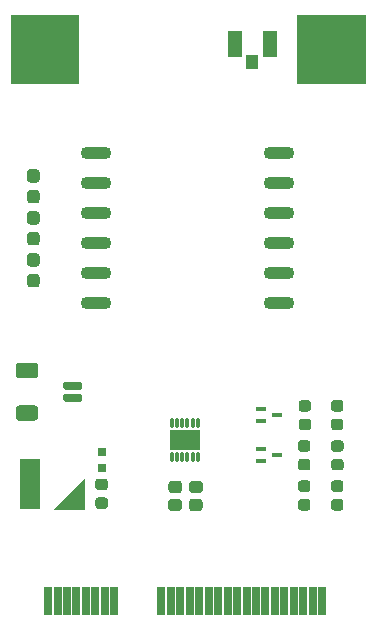
<source format=gts>
G04 #@! TF.GenerationSoftware,KiCad,Pcbnew,(5.1.6)-1*
G04 #@! TF.CreationDate,2021-01-10T11:39:08+11:00*
G04 #@! TF.ProjectId,mPCIe-GNSS,6d504349-652d-4474-9e53-532e6b696361,1*
G04 #@! TF.SameCoordinates,Original*
G04 #@! TF.FileFunction,Soldermask,Top*
G04 #@! TF.FilePolarity,Negative*
%FSLAX46Y46*%
G04 Gerber Fmt 4.6, Leading zero omitted, Abs format (unit mm)*
G04 Created by KiCad (PCBNEW (5.1.6)-1) date 2021-01-10 11:39:08*
%MOMM*%
%LPD*%
G01*
G04 APERTURE LIST*
%ADD10C,0.100000*%
%ADD11O,2.600000X1.100000*%
%ADD12R,0.910000X0.450000*%
%ADD13R,1.150000X2.300000*%
%ADD14R,1.100000X1.150000*%
%ADD15R,0.700000X2.450000*%
%ADD16O,0.350000X0.950000*%
%ADD17R,2.650000X1.750000*%
%ADD18R,0.800000X0.700000*%
%ADD19R,1.800000X4.200000*%
%ADD20R,1.100000X1.100000*%
G04 APERTURE END LIST*
D10*
G36*
X146812000Y-83058000D02*
G01*
X141097000Y-83058000D01*
X141097000Y-77343000D01*
X146812000Y-77343000D01*
X146812000Y-83058000D01*
G37*
X146812000Y-83058000D02*
X141097000Y-83058000D01*
X141097000Y-77343000D01*
X146812000Y-77343000D01*
X146812000Y-83058000D01*
G36*
X122555000Y-83058000D02*
G01*
X116840000Y-83058000D01*
X116840000Y-77343000D01*
X122555000Y-77343000D01*
X122555000Y-83058000D01*
G37*
X122555000Y-83058000D02*
X116840000Y-83058000D01*
X116840000Y-77343000D01*
X122555000Y-77343000D01*
X122555000Y-83058000D01*
G36*
X123132000Y-116496000D02*
G01*
X123132000Y-119196000D01*
X120432000Y-119196000D01*
X123132000Y-116496000D01*
G37*
D11*
X139512000Y-101727000D03*
X139512000Y-99187000D03*
X139512000Y-96647000D03*
X139512000Y-89027000D03*
X139512000Y-91567000D03*
X124012000Y-101727000D03*
X124012000Y-99187000D03*
X124012000Y-89027000D03*
X124012000Y-91567000D03*
X124012000Y-96647000D03*
X139512000Y-94107000D03*
X124012000Y-94107000D03*
D12*
X138024000Y-114105000D03*
X138024000Y-115105000D03*
X139344000Y-114605000D03*
X138024000Y-110701000D03*
X138024000Y-111701000D03*
X139344000Y-111201000D03*
D13*
X135812000Y-79756000D03*
D14*
X137287000Y-81281000D03*
D13*
X138762000Y-79756000D03*
G36*
G01*
X117523832Y-110370000D02*
X118882168Y-110370000D01*
G75*
G02*
X119153000Y-110640832I0J-270832D01*
G01*
X119153000Y-111399168D01*
G75*
G02*
X118882168Y-111670000I-270832J0D01*
G01*
X117523832Y-111670000D01*
G75*
G02*
X117253000Y-111399168I0J270832D01*
G01*
X117253000Y-110640832D01*
G75*
G02*
X117523832Y-110370000I270832J0D01*
G01*
G37*
G36*
G01*
X117523832Y-106770000D02*
X118882168Y-106770000D01*
G75*
G02*
X119153000Y-107040832I0J-270832D01*
G01*
X119153000Y-107799168D01*
G75*
G02*
X118882168Y-108070000I-270832J0D01*
G01*
X117523832Y-108070000D01*
G75*
G02*
X117253000Y-107799168I0J270832D01*
G01*
X117253000Y-107040832D01*
G75*
G02*
X117523832Y-106770000I270832J0D01*
G01*
G37*
G36*
G01*
X121428000Y-109370000D02*
X122728000Y-109370000D01*
G75*
G02*
X122903000Y-109545000I0J-175000D01*
G01*
X122903000Y-109895000D01*
G75*
G02*
X122728000Y-110070000I-175000J0D01*
G01*
X121428000Y-110070000D01*
G75*
G02*
X121253000Y-109895000I0J175000D01*
G01*
X121253000Y-109545000D01*
G75*
G02*
X121428000Y-109370000I175000J0D01*
G01*
G37*
G36*
G01*
X121428000Y-108370000D02*
X122728000Y-108370000D01*
G75*
G02*
X122903000Y-108545000I0J-175000D01*
G01*
X122903000Y-108895000D01*
G75*
G02*
X122728000Y-109070000I-175000J0D01*
G01*
X121428000Y-109070000D01*
G75*
G02*
X121253000Y-108895000I0J175000D01*
G01*
X121253000Y-108545000D01*
G75*
G02*
X121428000Y-108370000I175000J0D01*
G01*
G37*
D15*
X129595000Y-126895000D03*
X119995000Y-126895000D03*
X120795000Y-126895000D03*
X121595000Y-126895000D03*
X122395000Y-126895000D03*
X123195000Y-126895000D03*
X123995000Y-126895000D03*
X124795000Y-126895000D03*
X143195000Y-126895000D03*
X142395000Y-126895000D03*
X141595000Y-126895000D03*
X140795000Y-126895000D03*
X139995000Y-126895000D03*
X139195000Y-126895000D03*
X138395000Y-126895000D03*
X137595000Y-126895000D03*
X136795000Y-126895000D03*
X135995000Y-126895000D03*
X135195000Y-126895000D03*
X134395000Y-126895000D03*
X133595000Y-126895000D03*
X132795000Y-126895000D03*
X131995000Y-126895000D03*
X131195000Y-126895000D03*
X130395000Y-126895000D03*
X125595000Y-126895000D03*
G36*
G01*
X144756250Y-110901000D02*
X144193750Y-110901000D01*
G75*
G02*
X143950000Y-110657250I0J243750D01*
G01*
X143950000Y-110169750D01*
G75*
G02*
X144193750Y-109926000I243750J0D01*
G01*
X144756250Y-109926000D01*
G75*
G02*
X145000000Y-110169750I0J-243750D01*
G01*
X145000000Y-110657250D01*
G75*
G02*
X144756250Y-110901000I-243750J0D01*
G01*
G37*
G36*
G01*
X144756250Y-112476000D02*
X144193750Y-112476000D01*
G75*
G02*
X143950000Y-112232250I0J243750D01*
G01*
X143950000Y-111744750D01*
G75*
G02*
X144193750Y-111501000I243750J0D01*
G01*
X144756250Y-111501000D01*
G75*
G02*
X145000000Y-111744750I0J-243750D01*
G01*
X145000000Y-112232250D01*
G75*
G02*
X144756250Y-112476000I-243750J0D01*
G01*
G37*
G36*
G01*
X144769250Y-114305000D02*
X144206750Y-114305000D01*
G75*
G02*
X143963000Y-114061250I0J243750D01*
G01*
X143963000Y-113573750D01*
G75*
G02*
X144206750Y-113330000I243750J0D01*
G01*
X144769250Y-113330000D01*
G75*
G02*
X145013000Y-113573750I0J-243750D01*
G01*
X145013000Y-114061250D01*
G75*
G02*
X144769250Y-114305000I-243750J0D01*
G01*
G37*
G36*
G01*
X144769250Y-115880000D02*
X144206750Y-115880000D01*
G75*
G02*
X143963000Y-115636250I0J243750D01*
G01*
X143963000Y-115148750D01*
G75*
G02*
X144206750Y-114905000I243750J0D01*
G01*
X144769250Y-114905000D01*
G75*
G02*
X145013000Y-115148750I0J-243750D01*
G01*
X145013000Y-115636250D01*
G75*
G02*
X144769250Y-115880000I-243750J0D01*
G01*
G37*
G36*
G01*
X144756250Y-117708000D02*
X144193750Y-117708000D01*
G75*
G02*
X143950000Y-117464250I0J243750D01*
G01*
X143950000Y-116976750D01*
G75*
G02*
X144193750Y-116733000I243750J0D01*
G01*
X144756250Y-116733000D01*
G75*
G02*
X145000000Y-116976750I0J-243750D01*
G01*
X145000000Y-117464250D01*
G75*
G02*
X144756250Y-117708000I-243750J0D01*
G01*
G37*
G36*
G01*
X144756250Y-119283000D02*
X144193750Y-119283000D01*
G75*
G02*
X143950000Y-119039250I0J243750D01*
G01*
X143950000Y-118551750D01*
G75*
G02*
X144193750Y-118308000I243750J0D01*
G01*
X144756250Y-118308000D01*
G75*
G02*
X145000000Y-118551750I0J-243750D01*
G01*
X145000000Y-119039250D01*
G75*
G02*
X144756250Y-119283000I-243750J0D01*
G01*
G37*
G36*
G01*
X142013250Y-110901000D02*
X141450750Y-110901000D01*
G75*
G02*
X141207000Y-110657250I0J243750D01*
G01*
X141207000Y-110169750D01*
G75*
G02*
X141450750Y-109926000I243750J0D01*
G01*
X142013250Y-109926000D01*
G75*
G02*
X142257000Y-110169750I0J-243750D01*
G01*
X142257000Y-110657250D01*
G75*
G02*
X142013250Y-110901000I-243750J0D01*
G01*
G37*
G36*
G01*
X142013250Y-112476000D02*
X141450750Y-112476000D01*
G75*
G02*
X141207000Y-112232250I0J243750D01*
G01*
X141207000Y-111744750D01*
G75*
G02*
X141450750Y-111501000I243750J0D01*
G01*
X142013250Y-111501000D01*
G75*
G02*
X142257000Y-111744750I0J-243750D01*
G01*
X142257000Y-112232250D01*
G75*
G02*
X142013250Y-112476000I-243750J0D01*
G01*
G37*
G36*
G01*
X141962250Y-114305000D02*
X141399750Y-114305000D01*
G75*
G02*
X141156000Y-114061250I0J243750D01*
G01*
X141156000Y-113573750D01*
G75*
G02*
X141399750Y-113330000I243750J0D01*
G01*
X141962250Y-113330000D01*
G75*
G02*
X142206000Y-113573750I0J-243750D01*
G01*
X142206000Y-114061250D01*
G75*
G02*
X141962250Y-114305000I-243750J0D01*
G01*
G37*
G36*
G01*
X141962250Y-115880000D02*
X141399750Y-115880000D01*
G75*
G02*
X141156000Y-115636250I0J243750D01*
G01*
X141156000Y-115148750D01*
G75*
G02*
X141399750Y-114905000I243750J0D01*
G01*
X141962250Y-114905000D01*
G75*
G02*
X142206000Y-115148750I0J-243750D01*
G01*
X142206000Y-115636250D01*
G75*
G02*
X141962250Y-115880000I-243750J0D01*
G01*
G37*
G36*
G01*
X141962250Y-117708000D02*
X141399750Y-117708000D01*
G75*
G02*
X141156000Y-117464250I0J243750D01*
G01*
X141156000Y-116976750D01*
G75*
G02*
X141399750Y-116733000I243750J0D01*
G01*
X141962250Y-116733000D01*
G75*
G02*
X142206000Y-116976750I0J-243750D01*
G01*
X142206000Y-117464250D01*
G75*
G02*
X141962250Y-117708000I-243750J0D01*
G01*
G37*
G36*
G01*
X141962250Y-119283000D02*
X141399750Y-119283000D01*
G75*
G02*
X141156000Y-119039250I0J243750D01*
G01*
X141156000Y-118551750D01*
G75*
G02*
X141399750Y-118308000I243750J0D01*
G01*
X141962250Y-118308000D01*
G75*
G02*
X142206000Y-118551750I0J-243750D01*
G01*
X142206000Y-119039250D01*
G75*
G02*
X141962250Y-119283000I-243750J0D01*
G01*
G37*
G36*
G01*
X124242750Y-116581000D02*
X124805250Y-116581000D01*
G75*
G02*
X125049000Y-116824750I0J-243750D01*
G01*
X125049000Y-117312250D01*
G75*
G02*
X124805250Y-117556000I-243750J0D01*
G01*
X124242750Y-117556000D01*
G75*
G02*
X123999000Y-117312250I0J243750D01*
G01*
X123999000Y-116824750D01*
G75*
G02*
X124242750Y-116581000I243750J0D01*
G01*
G37*
G36*
G01*
X124242750Y-118156000D02*
X124805250Y-118156000D01*
G75*
G02*
X125049000Y-118399750I0J-243750D01*
G01*
X125049000Y-118887250D01*
G75*
G02*
X124805250Y-119131000I-243750J0D01*
G01*
X124242750Y-119131000D01*
G75*
G02*
X123999000Y-118887250I0J243750D01*
G01*
X123999000Y-118399750D01*
G75*
G02*
X124242750Y-118156000I243750J0D01*
G01*
G37*
D16*
X130447000Y-114734000D03*
X130897000Y-114734000D03*
X131347000Y-114734000D03*
X131797000Y-114734000D03*
X132247000Y-114734000D03*
X132697000Y-114734000D03*
X132697000Y-111834000D03*
X132247000Y-111834000D03*
X131797000Y-111834000D03*
X131347000Y-111834000D03*
X130897000Y-111834000D03*
X130447000Y-111834000D03*
D17*
X131572000Y-113284000D03*
D18*
X124524000Y-114298000D03*
X124524000Y-115698000D03*
G36*
G01*
X119007500Y-95077000D02*
X118482500Y-95077000D01*
G75*
G02*
X118220000Y-94814500I0J262500D01*
G01*
X118220000Y-94189500D01*
G75*
G02*
X118482500Y-93927000I262500J0D01*
G01*
X119007500Y-93927000D01*
G75*
G02*
X119270000Y-94189500I0J-262500D01*
G01*
X119270000Y-94814500D01*
G75*
G02*
X119007500Y-95077000I-262500J0D01*
G01*
G37*
G36*
G01*
X119007500Y-96827000D02*
X118482500Y-96827000D01*
G75*
G02*
X118220000Y-96564500I0J262500D01*
G01*
X118220000Y-95939500D01*
G75*
G02*
X118482500Y-95677000I262500J0D01*
G01*
X119007500Y-95677000D01*
G75*
G02*
X119270000Y-95939500I0J-262500D01*
G01*
X119270000Y-96564500D01*
G75*
G02*
X119007500Y-96827000I-262500J0D01*
G01*
G37*
G36*
G01*
X131322000Y-118545500D02*
X131322000Y-119070500D01*
G75*
G02*
X131059500Y-119333000I-262500J0D01*
G01*
X130434500Y-119333000D01*
G75*
G02*
X130172000Y-119070500I0J262500D01*
G01*
X130172000Y-118545500D01*
G75*
G02*
X130434500Y-118283000I262500J0D01*
G01*
X131059500Y-118283000D01*
G75*
G02*
X131322000Y-118545500I0J-262500D01*
G01*
G37*
G36*
G01*
X133072000Y-118545500D02*
X133072000Y-119070500D01*
G75*
G02*
X132809500Y-119333000I-262500J0D01*
G01*
X132184500Y-119333000D01*
G75*
G02*
X131922000Y-119070500I0J262500D01*
G01*
X131922000Y-118545500D01*
G75*
G02*
X132184500Y-118283000I262500J0D01*
G01*
X132809500Y-118283000D01*
G75*
G02*
X133072000Y-118545500I0J-262500D01*
G01*
G37*
G36*
G01*
X131936000Y-117546500D02*
X131936000Y-117021500D01*
G75*
G02*
X132198500Y-116759000I262500J0D01*
G01*
X132823500Y-116759000D01*
G75*
G02*
X133086000Y-117021500I0J-262500D01*
G01*
X133086000Y-117546500D01*
G75*
G02*
X132823500Y-117809000I-262500J0D01*
G01*
X132198500Y-117809000D01*
G75*
G02*
X131936000Y-117546500I0J262500D01*
G01*
G37*
G36*
G01*
X130186000Y-117546500D02*
X130186000Y-117021500D01*
G75*
G02*
X130448500Y-116759000I262500J0D01*
G01*
X131073500Y-116759000D01*
G75*
G02*
X131336000Y-117021500I0J-262500D01*
G01*
X131336000Y-117546500D01*
G75*
G02*
X131073500Y-117809000I-262500J0D01*
G01*
X130448500Y-117809000D01*
G75*
G02*
X130186000Y-117546500I0J262500D01*
G01*
G37*
G36*
G01*
X119007500Y-91521000D02*
X118482500Y-91521000D01*
G75*
G02*
X118220000Y-91258500I0J262500D01*
G01*
X118220000Y-90633500D01*
G75*
G02*
X118482500Y-90371000I262500J0D01*
G01*
X119007500Y-90371000D01*
G75*
G02*
X119270000Y-90633500I0J-262500D01*
G01*
X119270000Y-91258500D01*
G75*
G02*
X119007500Y-91521000I-262500J0D01*
G01*
G37*
G36*
G01*
X119007500Y-93271000D02*
X118482500Y-93271000D01*
G75*
G02*
X118220000Y-93008500I0J262500D01*
G01*
X118220000Y-92383500D01*
G75*
G02*
X118482500Y-92121000I262500J0D01*
G01*
X119007500Y-92121000D01*
G75*
G02*
X119270000Y-92383500I0J-262500D01*
G01*
X119270000Y-93008500D01*
G75*
G02*
X119007500Y-93271000I-262500J0D01*
G01*
G37*
G36*
G01*
X119007500Y-98633000D02*
X118482500Y-98633000D01*
G75*
G02*
X118220000Y-98370500I0J262500D01*
G01*
X118220000Y-97745500D01*
G75*
G02*
X118482500Y-97483000I262500J0D01*
G01*
X119007500Y-97483000D01*
G75*
G02*
X119270000Y-97745500I0J-262500D01*
G01*
X119270000Y-98370500D01*
G75*
G02*
X119007500Y-98633000I-262500J0D01*
G01*
G37*
G36*
G01*
X119007500Y-100383000D02*
X118482500Y-100383000D01*
G75*
G02*
X118220000Y-100120500I0J262500D01*
G01*
X118220000Y-99495500D01*
G75*
G02*
X118482500Y-99233000I262500J0D01*
G01*
X119007500Y-99233000D01*
G75*
G02*
X119270000Y-99495500I0J-262500D01*
G01*
X119270000Y-100120500D01*
G75*
G02*
X119007500Y-100383000I-262500J0D01*
G01*
G37*
D19*
X118482000Y-117046000D03*
D20*
X122432000Y-118496000D03*
M02*

</source>
